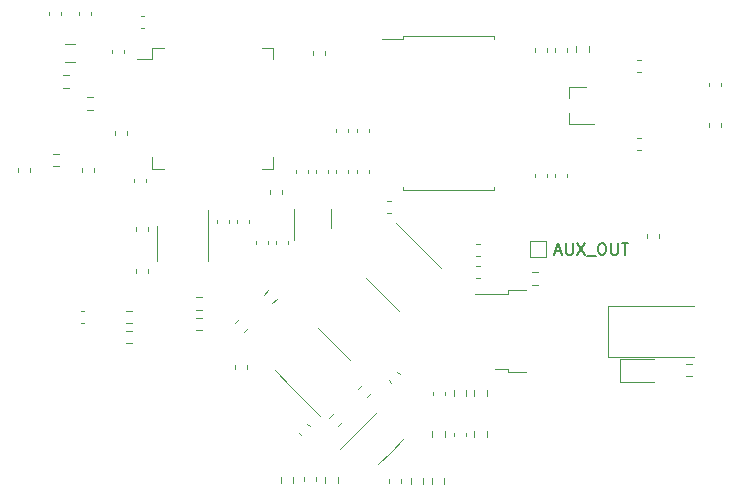
<source format=gto>
%TF.GenerationSoftware,KiCad,Pcbnew,(6.0.11)*%
%TF.CreationDate,2023-05-09T17:29:38+10:00*%
%TF.ProjectId,LV_MASTER_A_SAMPLE,4c565f4d-4153-4544-9552-5f415f53414d,1*%
%TF.SameCoordinates,Original*%
%TF.FileFunction,Legend,Top*%
%TF.FilePolarity,Positive*%
%FSLAX46Y46*%
G04 Gerber Fmt 4.6, Leading zero omitted, Abs format (unit mm)*
G04 Created by KiCad (PCBNEW (6.0.11)) date 2023-05-09 17:29:38*
%MOMM*%
%LPD*%
G01*
G04 APERTURE LIST*
%ADD10C,0.150000*%
%ADD11C,0.120000*%
%ADD12C,0.100000*%
G04 APERTURE END LIST*
D10*
%TO.C,AUX_OUT*%
X156198380Y-95787466D02*
X156674571Y-95787466D01*
X156103142Y-96073180D02*
X156436476Y-95073180D01*
X156769809Y-96073180D01*
X157103142Y-95073180D02*
X157103142Y-95882704D01*
X157150761Y-95977942D01*
X157198380Y-96025561D01*
X157293619Y-96073180D01*
X157484095Y-96073180D01*
X157579333Y-96025561D01*
X157626952Y-95977942D01*
X157674571Y-95882704D01*
X157674571Y-95073180D01*
X158055523Y-95073180D02*
X158722190Y-96073180D01*
X158722190Y-95073180D02*
X158055523Y-96073180D01*
X158865047Y-96168419D02*
X159626952Y-96168419D01*
X160055523Y-95073180D02*
X160246000Y-95073180D01*
X160341238Y-95120800D01*
X160436476Y-95216038D01*
X160484095Y-95406514D01*
X160484095Y-95739847D01*
X160436476Y-95930323D01*
X160341238Y-96025561D01*
X160246000Y-96073180D01*
X160055523Y-96073180D01*
X159960285Y-96025561D01*
X159865047Y-95930323D01*
X159817428Y-95739847D01*
X159817428Y-95406514D01*
X159865047Y-95216038D01*
X159960285Y-95120800D01*
X160055523Y-95073180D01*
X160912666Y-95073180D02*
X160912666Y-95882704D01*
X160960285Y-95977942D01*
X161007904Y-96025561D01*
X161103142Y-96073180D01*
X161293619Y-96073180D01*
X161388857Y-96025561D01*
X161436476Y-95977942D01*
X161484095Y-95882704D01*
X161484095Y-95073180D01*
X161817428Y-95073180D02*
X162388857Y-95073180D01*
X162103142Y-96073180D02*
X162103142Y-95073180D01*
D11*
%TO.C,D10*%
X161704000Y-104922400D02*
X161704000Y-106842400D01*
X161704000Y-106842400D02*
X164564000Y-106842400D01*
X164564000Y-104922400D02*
X161704000Y-104922400D01*
%TO.C,C33*%
X163414967Y-79540700D02*
X163122433Y-79540700D01*
X163414967Y-80560700D02*
X163122433Y-80560700D01*
%TO.C,R18*%
X150370500Y-111471924D02*
X150370500Y-110962476D01*
X149325500Y-111471924D02*
X149325500Y-110962476D01*
%TO.C,R22*%
X150370500Y-108016724D02*
X150370500Y-107507276D01*
X149325500Y-108016724D02*
X149325500Y-107507276D01*
%TO.C,U1*%
X132301200Y-78547400D02*
X132301200Y-79497400D01*
X123031200Y-88767400D02*
X122081200Y-88767400D01*
X131351200Y-78547400D02*
X132301200Y-78547400D01*
X131351200Y-88767400D02*
X132301200Y-88767400D01*
X132301200Y-88767400D02*
X132301200Y-87817400D01*
X122081200Y-88767400D02*
X122081200Y-87817400D01*
X123031200Y-78547400D02*
X122081200Y-78547400D01*
X122081200Y-78547400D02*
X122081200Y-79497400D01*
X122081200Y-79497400D02*
X120741200Y-79497400D01*
%TO.C,C29*%
X156170600Y-78874967D02*
X156170600Y-78582433D01*
X157190600Y-78874967D02*
X157190600Y-78582433D01*
%TO.C,C7*%
X135647400Y-78837533D02*
X135647400Y-79130067D01*
X136667400Y-78837533D02*
X136667400Y-79130067D01*
D12*
%TO.C,Y2*%
X114720800Y-78259200D02*
X115520800Y-78259200D01*
X114720800Y-79759200D02*
X115520800Y-79759200D01*
D11*
%TO.C,R8*%
X120371074Y-103522000D02*
X119861626Y-103522000D01*
X120371074Y-102477000D02*
X119861626Y-102477000D01*
%TO.C,C48*%
X146827400Y-107665733D02*
X146827400Y-107958267D01*
X145807400Y-107665733D02*
X145807400Y-107958267D01*
%TO.C,R17*%
X133987500Y-115357324D02*
X133987500Y-114847876D01*
X132942500Y-115357324D02*
X132942500Y-114847876D01*
%TO.C,C40*%
X120719300Y-93723033D02*
X120719300Y-94015567D01*
X121739300Y-93723033D02*
X121739300Y-94015567D01*
%TO.C,C36*%
X170195400Y-81798167D02*
X170195400Y-81505633D01*
X169175400Y-81798167D02*
X169175400Y-81505633D01*
%TO.C,C47*%
X143155400Y-115351267D02*
X143155400Y-115058733D01*
X142135400Y-115351267D02*
X142135400Y-115058733D01*
%TO.C,D6*%
X157327000Y-84983400D02*
X159487000Y-84983400D01*
X157327000Y-84983400D02*
X157327000Y-84053400D01*
X157327000Y-81823400D02*
X158787000Y-81823400D01*
X157327000Y-81823400D02*
X157327000Y-82753400D01*
%TO.C,C3*%
X113360800Y-75803767D02*
X113360800Y-75511233D01*
X114380800Y-75803767D02*
X114380800Y-75511233D01*
%TO.C,C49*%
X163943000Y-94624067D02*
X163943000Y-94331533D01*
X164963000Y-94624067D02*
X164963000Y-94331533D01*
%TO.C,C39*%
X116326717Y-100825800D02*
X116034183Y-100825800D01*
X116326717Y-101845800D02*
X116034183Y-101845800D01*
%TO.C,C10*%
X118908800Y-85911867D02*
X118908800Y-85619333D01*
X119928800Y-85911867D02*
X119928800Y-85619333D01*
%TO.C,C26*%
X139381200Y-88848633D02*
X139381200Y-89141167D01*
X140401200Y-88848633D02*
X140401200Y-89141167D01*
%TO.C,C15*%
X132574000Y-94864933D02*
X132574000Y-95157467D01*
X133594000Y-94864933D02*
X133594000Y-95157467D01*
%TO.C,C41*%
X121739300Y-97589067D02*
X121739300Y-97296533D01*
X120719300Y-97589067D02*
X120719300Y-97296533D01*
%TO.C,C4*%
X116880800Y-75803767D02*
X116880800Y-75511233D01*
X115860800Y-75803767D02*
X115860800Y-75511233D01*
%TO.C,R29*%
X114528576Y-80884900D02*
X115038024Y-80884900D01*
X114528576Y-81929900D02*
X115038024Y-81929900D01*
%TO.C,C12*%
X130241200Y-93111233D02*
X130241200Y-93403767D01*
X129221200Y-93111233D02*
X129221200Y-93403767D01*
%TO.C,C44*%
X142094149Y-106672998D02*
X142301002Y-106879851D01*
X142815398Y-105951749D02*
X143022251Y-106158602D01*
%TO.C,C34*%
X163415067Y-86170100D02*
X163122533Y-86170100D01*
X163415067Y-87190100D02*
X163122533Y-87190100D01*
%TO.C,C31*%
X157190600Y-89199633D02*
X157190600Y-89492167D01*
X156170600Y-89199633D02*
X156170600Y-89492167D01*
%TO.C,C30*%
X154468800Y-78874967D02*
X154468800Y-78582433D01*
X155488800Y-78874967D02*
X155488800Y-78582433D01*
%TO.C,C2*%
X117109400Y-88742433D02*
X117109400Y-89034967D01*
X116089400Y-88742433D02*
X116089400Y-89034967D01*
%TO.C,C11*%
X127519400Y-93111233D02*
X127519400Y-93403767D01*
X128539400Y-93111233D02*
X128539400Y-93403767D01*
%TO.C,C52*%
X149791067Y-96156200D02*
X149498533Y-96156200D01*
X149791067Y-95136200D02*
X149498533Y-95136200D01*
%TO.C,R16*%
X137772100Y-114847876D02*
X137772100Y-115357324D01*
X136727100Y-114847876D02*
X136727100Y-115357324D01*
%TO.C,R14*%
X140217781Y-108148945D02*
X140578015Y-107788711D01*
X139478855Y-107410019D02*
X139839089Y-107049785D01*
%TO.C,C43*%
X135402531Y-110603882D02*
X135195678Y-110397029D01*
X134681282Y-111325131D02*
X134474429Y-111118278D01*
%TO.C,Q2*%
X152229400Y-99349600D02*
X149399400Y-99349600D01*
X152229400Y-105709600D02*
X151129400Y-105709600D01*
X153729400Y-99079600D02*
X152229400Y-99079600D01*
X153729400Y-105979600D02*
X152229400Y-105979600D01*
X152229400Y-105979600D02*
X152229400Y-105709600D01*
X152229400Y-99079600D02*
X152229400Y-99349600D01*
%TO.C,R15*%
X137420784Y-109493490D02*
X137060550Y-109853724D01*
X138159710Y-110232416D02*
X137799476Y-110592650D01*
%TO.C,C51*%
X141954733Y-92498600D02*
X142247267Y-92498600D01*
X141954733Y-91478600D02*
X142247267Y-91478600D01*
%TO.C,C53*%
X149791067Y-96985800D02*
X149498533Y-96985800D01*
X149791067Y-98005800D02*
X149498533Y-98005800D01*
%TO.C,C42*%
X130114200Y-105431333D02*
X130114200Y-105723867D01*
X129094200Y-105431333D02*
X129094200Y-105723867D01*
%TO.C,C27*%
X138648600Y-88848633D02*
X138648600Y-89141167D01*
X137628600Y-88848633D02*
X137628600Y-89141167D01*
%TO.C,R4*%
X114187124Y-87503700D02*
X113677676Y-87503700D01*
X114187124Y-88548700D02*
X113677676Y-88548700D01*
%TO.C,C5*%
X118680200Y-79003067D02*
X118680200Y-78710533D01*
X119700200Y-79003067D02*
X119700200Y-78710533D01*
%TO.C,C25*%
X138648600Y-85684367D02*
X138648600Y-85391833D01*
X137628600Y-85684367D02*
X137628600Y-85391833D01*
%TO.C,R25*%
X167222326Y-105309100D02*
X167731774Y-105309100D01*
X167222326Y-106354100D02*
X167731774Y-106354100D01*
%TO.C,U7*%
X137459593Y-103615007D02*
X136080735Y-102236148D01*
X137459593Y-103615007D02*
X138838452Y-104993865D01*
X133839207Y-107235393D02*
X136278725Y-109674912D01*
X133839207Y-107235393D02*
X132460348Y-105856535D01*
%TO.C,C9*%
X120534400Y-89925067D02*
X120534400Y-89632533D01*
X121554400Y-89925067D02*
X121554400Y-89632533D01*
%TO.C,R9*%
X119861626Y-101858300D02*
X120371074Y-101858300D01*
X119861626Y-100813300D02*
X120371074Y-100813300D01*
%TO.C,R11*%
X125757176Y-102467900D02*
X126266624Y-102467900D01*
X125757176Y-101422900D02*
X126266624Y-101422900D01*
%TO.C,R20*%
X145755100Y-115000276D02*
X145755100Y-115509724D01*
X146800100Y-115000276D02*
X146800100Y-115509724D01*
%TO.C,D7*%
X160648000Y-104679600D02*
X167948000Y-104679600D01*
X160648000Y-100379600D02*
X160648000Y-104679600D01*
X160648000Y-100379600D02*
X167948000Y-100379600D01*
%TO.C,R13*%
X132242181Y-100173345D02*
X132602415Y-99813111D01*
X131503255Y-99434419D02*
X131863489Y-99074185D01*
%TO.C,R23*%
X148643300Y-107507276D02*
X148643300Y-108016724D01*
X147598300Y-107507276D02*
X147598300Y-108016724D01*
%TO.C,C1*%
X111750000Y-88742433D02*
X111750000Y-89034967D01*
X110730000Y-88742433D02*
X110730000Y-89034967D01*
%TO.C,U8*%
X139997358Y-110458958D02*
X141058018Y-109398298D01*
X139997358Y-110458958D02*
X137929071Y-112527245D01*
X142274242Y-112735842D02*
X141213582Y-113796502D01*
X142274242Y-112735842D02*
X143334902Y-111675182D01*
%TO.C,U6*%
X126760400Y-95112800D02*
X126760400Y-92237800D01*
X122440400Y-95112800D02*
X122440400Y-96612800D01*
X122440400Y-95112800D02*
X122440400Y-93612800D01*
X126760400Y-95112800D02*
X126760400Y-96612800D01*
%TO.C,U4*%
X143321000Y-77528400D02*
X143321000Y-77763400D01*
X143321000Y-90548400D02*
X143321000Y-90313400D01*
X147181000Y-77528400D02*
X151041000Y-77528400D01*
X143321000Y-77763400D02*
X141506000Y-77763400D01*
X147181000Y-90548400D02*
X143321000Y-90548400D01*
X147181000Y-90548400D02*
X151041000Y-90548400D01*
X151041000Y-77528400D02*
X151041000Y-77763400D01*
X151041000Y-90548400D02*
X151041000Y-90313400D01*
X147181000Y-77528400D02*
X143321000Y-77528400D01*
%TO.C,R28*%
X117031924Y-83773500D02*
X116522476Y-83773500D01*
X117031924Y-82728500D02*
X116522476Y-82728500D01*
%TO.C,C18*%
X135219600Y-89163067D02*
X135219600Y-88870533D01*
X134199600Y-89163067D02*
X134199600Y-88870533D01*
%TO.C,C19*%
X135911600Y-89164167D02*
X135911600Y-88871633D01*
X136931600Y-89164167D02*
X136931600Y-88871633D01*
%TO.C,R5*%
X159031900Y-78423976D02*
X159031900Y-78933424D01*
X157986900Y-78423976D02*
X157986900Y-78933424D01*
%TO.C,AUX_OUT*%
X154024800Y-96295400D02*
X154024800Y-94895400D01*
X155424800Y-94895400D02*
X155424800Y-96295400D01*
X154024800Y-94895400D02*
X155424800Y-94895400D01*
X155424800Y-96295400D02*
X154024800Y-96295400D01*
%TO.C,C35*%
X170195400Y-84942633D02*
X170195400Y-85235167D01*
X169175400Y-84942633D02*
X169175400Y-85235167D01*
%TO.C,R19*%
X145794900Y-110962476D02*
X145794900Y-111471924D01*
X146839900Y-110962476D02*
X146839900Y-111471924D01*
%TO.C,R12*%
X130194345Y-102246581D02*
X129834111Y-102606815D01*
X129455419Y-101507655D02*
X129095185Y-101867889D01*
%TO.C,C32*%
X155488800Y-89199633D02*
X155488800Y-89492167D01*
X154468800Y-89199633D02*
X154468800Y-89492167D01*
%TO.C,C46*%
X148630800Y-111120933D02*
X148630800Y-111413467D01*
X147610800Y-111120933D02*
X147610800Y-111413467D01*
%TO.C,U2*%
X137219600Y-92979200D02*
X137219600Y-93779200D01*
X134099600Y-92979200D02*
X134099600Y-92179200D01*
X137219600Y-92979200D02*
X137219600Y-92179200D01*
X134099600Y-92979200D02*
X134099600Y-94779200D01*
%TO.C,U9*%
X141560807Y-99412193D02*
X142939665Y-100791052D01*
X145181193Y-95791807D02*
X146560052Y-97170665D01*
X145181193Y-95791807D02*
X142741675Y-93352288D01*
X141560807Y-99412193D02*
X140181948Y-98033335D01*
%TO.C,R10*%
X126266624Y-99670300D02*
X125757176Y-99670300D01*
X126266624Y-100715300D02*
X125757176Y-100715300D01*
%TO.C,C45*%
X135905400Y-115198867D02*
X135905400Y-114906333D01*
X134885400Y-115198867D02*
X134885400Y-114906333D01*
%TO.C,R21*%
X144985700Y-115509724D02*
X144985700Y-115000276D01*
X143940700Y-115509724D02*
X143940700Y-115000276D01*
%TO.C,C6*%
X121101333Y-75806800D02*
X121393867Y-75806800D01*
X121101333Y-76826800D02*
X121393867Y-76826800D01*
%TO.C,R24*%
X154725524Y-97536700D02*
X154216076Y-97536700D01*
X154725524Y-98581700D02*
X154216076Y-98581700D01*
%TO.C,C8*%
X133060600Y-90597733D02*
X133060600Y-90890267D01*
X132040600Y-90597733D02*
X132040600Y-90890267D01*
%TO.C,C28*%
X139381200Y-85684367D02*
X139381200Y-85391833D01*
X140401200Y-85684367D02*
X140401200Y-85391833D01*
%TO.C,C14*%
X130831600Y-94864933D02*
X130831600Y-95157467D01*
X131851600Y-94864933D02*
X131851600Y-95157467D01*
%TD*%
M02*

</source>
